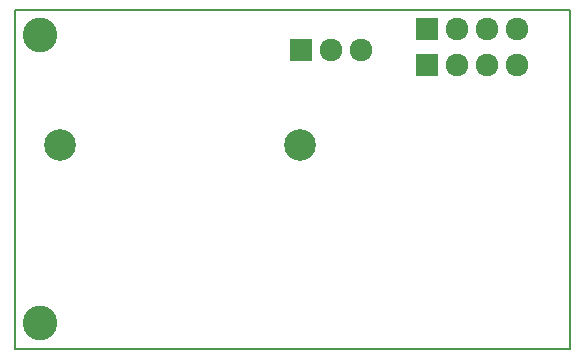
<source format=gbs>
G04 (created by PCBNEW (2013-07-07 BZR 4022)-stable) date 06/07/2014 18:00:34*
%MOIN*%
G04 Gerber Fmt 3.4, Leading zero omitted, Abs format*
%FSLAX34Y34*%
G01*
G70*
G90*
G04 APERTURE LIST*
%ADD10C,0.00393701*%
%ADD11C,0.00590551*%
%ADD12R,0.075748X0.075748*%
%ADD13C,0.075748*%
%ADD14C,0.105748*%
%ADD15C,0.115748*%
G04 APERTURE END LIST*
G54D10*
G54D11*
X18050Y-14200D02*
X17850Y-14200D01*
X18050Y-25500D02*
X17850Y-25500D01*
X36350Y-14200D02*
X36350Y-25500D01*
X18050Y-14200D02*
X36350Y-14200D01*
X17850Y-25500D02*
X17850Y-14200D01*
X36350Y-25500D02*
X18050Y-25500D01*
G54D12*
X31600Y-14850D03*
G54D13*
X32600Y-14850D03*
X33600Y-14850D03*
X34600Y-14850D03*
G54D12*
X31600Y-16050D03*
G54D13*
X32600Y-16050D03*
X33600Y-16050D03*
X34600Y-16050D03*
G54D12*
X27400Y-15550D03*
G54D13*
X28400Y-15550D03*
X29400Y-15550D03*
G54D14*
X19350Y-18700D03*
X27350Y-18700D03*
G54D15*
X18700Y-15050D03*
X18700Y-24650D03*
M02*

</source>
